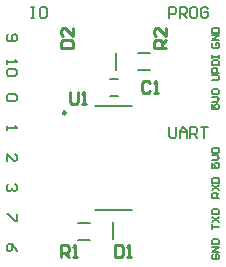
<source format=gto>
G04*
G04 #@! TF.GenerationSoftware,Altium Limited,Altium Designer,25.1.2 (22)*
G04*
G04 Layer_Color=65535*
%FSLAX25Y25*%
%MOIN*%
G70*
G04*
G04 #@! TF.SameCoordinates,DC056F1D-8049-40C2-8729-A4453FB46455*
G04*
G04*
G04 #@! TF.FilePolarity,Positive*
G04*
G01*
G75*
%ADD10C,0.00984*%
%ADD11C,0.00787*%
%ADD12C,0.00800*%
%ADD13C,0.00900*%
%ADD14R,0.00787X0.05906*%
D10*
X374524Y319500D02*
G03*
X374524Y319500I-492J0D01*
G01*
D11*
X384268Y321724D02*
X396472D01*
X384268Y287276D02*
X396472D01*
X389122Y325047D02*
X391878D01*
X389122Y330953D02*
X391878D01*
X378532Y277146D02*
X382469D01*
X378532Y282854D02*
X382469D01*
X398532Y339354D02*
X402468D01*
X398532Y333646D02*
X402468D01*
D12*
X409085Y314799D02*
Y311883D01*
X409668Y311300D01*
X410835D01*
X411418Y311883D01*
Y314799D01*
X412584Y311300D02*
Y313633D01*
X413751Y314799D01*
X414917Y313633D01*
Y311300D01*
Y313049D01*
X412584D01*
X416083Y311300D02*
Y314799D01*
X417833D01*
X418416Y314216D01*
Y313049D01*
X417833Y312466D01*
X416083D01*
X417249D02*
X418416Y311300D01*
X419582Y314799D02*
X421915D01*
X420748D01*
Y311300D01*
X409085Y351300D02*
Y354799D01*
X410835D01*
X411418Y354216D01*
Y353049D01*
X410835Y352466D01*
X409085D01*
X412584Y351300D02*
Y354799D01*
X414334D01*
X414917Y354216D01*
Y353049D01*
X414334Y352466D01*
X412584D01*
X413751D02*
X414917Y351300D01*
X417833Y354799D02*
X416666D01*
X416083Y354216D01*
Y351883D01*
X416666Y351300D01*
X417833D01*
X418416Y351883D01*
Y354216D01*
X417833Y354799D01*
X421915Y354216D02*
X421332Y354799D01*
X420165D01*
X419582Y354216D01*
Y351883D01*
X420165Y351300D01*
X421332D01*
X421915Y351883D01*
Y353049D01*
X420748D01*
X362876Y354799D02*
X364042D01*
X363459D01*
Y351300D01*
X362876D01*
X364042D01*
X367541Y354799D02*
X366375D01*
X365792Y354216D01*
Y351883D01*
X366375Y351300D01*
X367541D01*
X368124Y351883D01*
Y354216D01*
X367541Y354799D01*
X423617Y272334D02*
X423201Y271917D01*
Y271084D01*
X423617Y270668D01*
X425283D01*
X425700Y271084D01*
Y271917D01*
X425283Y272334D01*
X424450D01*
Y271501D01*
X425700Y273167D02*
X423201D01*
X425700Y274833D01*
X423201D01*
Y275666D02*
X425700D01*
Y276916D01*
X425283Y277332D01*
X423617D01*
X423201Y276916D01*
Y275666D01*
Y302834D02*
Y301168D01*
X424450D01*
X424034Y302001D01*
Y302417D01*
X424450Y302834D01*
X425283D01*
X425700Y302417D01*
Y301584D01*
X425283Y301168D01*
X423201Y303667D02*
X424867D01*
X425700Y304500D01*
X424867Y305333D01*
X423201D01*
X423617Y306166D02*
X423201Y306583D01*
Y307416D01*
X423617Y307832D01*
X425283D01*
X425700Y307416D01*
Y306583D01*
X425283Y306166D01*
X423617D01*
X425700Y291168D02*
X423201D01*
Y292417D01*
X423617Y292834D01*
X424450D01*
X424867Y292417D01*
Y291168D01*
Y292001D02*
X425700Y292834D01*
X423201Y293667D02*
X425700Y295333D01*
X423201D02*
X425700Y293667D01*
X423201Y296166D02*
X425700D01*
Y297416D01*
X425283Y297832D01*
X423617D01*
X423201Y297416D01*
Y296166D01*
Y280668D02*
Y282334D01*
Y281501D01*
X425700D01*
X423201Y283167D02*
X425700Y284833D01*
X423201D02*
X425700Y283167D01*
X423201Y285666D02*
X425700D01*
Y286916D01*
X425283Y287332D01*
X423617D01*
X423201Y286916D01*
Y285666D01*
Y322334D02*
Y320668D01*
X424450D01*
X424034Y321501D01*
Y321917D01*
X424450Y322334D01*
X425283D01*
X425700Y321917D01*
Y321084D01*
X425283Y320668D01*
X423201Y323167D02*
X424867D01*
X425700Y324000D01*
X424867Y324833D01*
X423201D01*
X423617Y325666D02*
X423201Y326083D01*
Y326916D01*
X423617Y327332D01*
X425283D01*
X425700Y326916D01*
Y326083D01*
X425283Y325666D01*
X423617D01*
X423201Y330335D02*
X425283D01*
X425700Y330751D01*
Y331584D01*
X425283Y332001D01*
X423201D01*
X425700Y332834D02*
X423201D01*
Y334084D01*
X423617Y334500D01*
X424450D01*
X424867Y334084D01*
Y332834D01*
X423201Y335333D02*
X425700D01*
Y336583D01*
X425283Y336999D01*
X423617D01*
X423201Y336583D01*
Y335333D01*
Y337832D02*
Y338665D01*
Y338249D01*
X425700D01*
Y337832D01*
Y338665D01*
X423617Y342834D02*
X423201Y342417D01*
Y341584D01*
X423617Y341168D01*
X425283D01*
X425700Y341584D01*
Y342417D01*
X425283Y342834D01*
X424450D01*
Y342001D01*
X425700Y343667D02*
X423201D01*
X425700Y345333D01*
X423201D01*
Y346166D02*
X425700D01*
Y347416D01*
X425283Y347832D01*
X423617D01*
X423201Y347416D01*
Y346166D01*
X357716Y295666D02*
X358299Y295083D01*
Y293917D01*
X357716Y293334D01*
X357133D01*
X356549Y293917D01*
Y294500D01*
Y293917D01*
X355966Y293334D01*
X355383D01*
X354800Y293917D01*
Y295083D01*
X355383Y295666D01*
X358299Y285666D02*
Y283334D01*
X357716D01*
X355383Y285666D01*
X354800D01*
X358299Y273334D02*
X357716Y274500D01*
X356549Y275666D01*
X355383D01*
X354800Y275083D01*
Y273917D01*
X355383Y273334D01*
X355966D01*
X356549Y273917D01*
Y275666D01*
X354800Y303334D02*
Y305666D01*
X357133Y303334D01*
X357716D01*
X358299Y303917D01*
Y305083D01*
X357716Y305666D01*
X354800Y315083D02*
Y313917D01*
Y314500D01*
X358299D01*
X357716Y315083D01*
Y325666D02*
X358299Y325083D01*
Y323917D01*
X357716Y323334D01*
X355383D01*
X354800Y323917D01*
Y325083D01*
X355383Y325666D01*
X357716D01*
X354800Y337124D02*
Y335958D01*
Y336541D01*
X358299D01*
X357716Y337124D01*
Y334208D02*
X358299Y333625D01*
Y332459D01*
X357716Y331876D01*
X355383D01*
X354800Y332459D01*
Y333625D01*
X355383Y334208D01*
X357716D01*
X355383Y345666D02*
X354800Y345083D01*
Y343917D01*
X355383Y343334D01*
X357716D01*
X358299Y343917D01*
Y345083D01*
X357716Y345666D01*
X357133D01*
X356549Y345083D01*
Y343334D01*
D13*
X375834Y326499D02*
Y323167D01*
X376501Y322501D01*
X377834D01*
X378500Y323167D01*
Y326499D01*
X379833Y322501D02*
X381166D01*
X380499D01*
Y326499D01*
X379833Y325833D01*
X402500Y329333D02*
X401834Y329999D01*
X400501D01*
X399834Y329333D01*
Y326667D01*
X400501Y326001D01*
X401834D01*
X402500Y326667D01*
X403833Y326001D02*
X405166D01*
X404499D01*
Y329999D01*
X403833Y329333D01*
X407999Y341168D02*
X404001D01*
Y343167D01*
X404667Y343834D01*
X406000D01*
X406666Y343167D01*
Y341168D01*
Y342501D02*
X407999Y343834D01*
Y347832D02*
Y345166D01*
X405334Y347832D01*
X404667D01*
X404001Y347166D01*
Y345833D01*
X404667Y345166D01*
X372834Y271501D02*
Y275499D01*
X374834D01*
X375500Y274833D01*
Y273500D01*
X374834Y272834D01*
X372834D01*
X374167D02*
X375500Y271501D01*
X376833D02*
X378166D01*
X377499D01*
Y275499D01*
X376833Y274833D01*
X373001Y341168D02*
X376999D01*
Y343167D01*
X376333Y343834D01*
X373667D01*
X373001Y343167D01*
Y341168D01*
X376999Y347832D02*
Y345166D01*
X374334Y347832D01*
X373667D01*
X373001Y347166D01*
Y345833D01*
X373667Y345166D01*
X390834Y275499D02*
Y271501D01*
X392834D01*
X393500Y272167D01*
Y274833D01*
X392834Y275499D01*
X390834D01*
X394833Y271501D02*
X396166D01*
X395499D01*
Y275499D01*
X394833Y274833D01*
D14*
X390158Y280000D02*
D03*
X391342Y336500D02*
D03*
M02*

</source>
